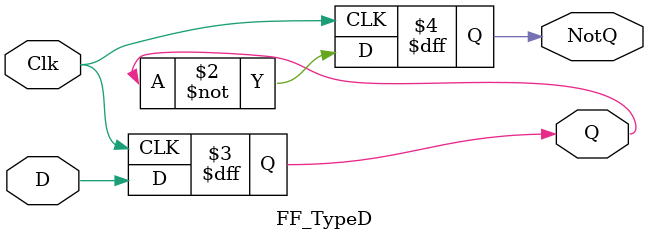
<source format=v>
module FF_TypeD (
	input wire Clk,
	input wire D,
	output reg Q,
	output reg NotQ
);

	always @(posedge Clk) begin
		Q <= D;
		NotQ <= ~Q;
	end

endmodule	
</source>
